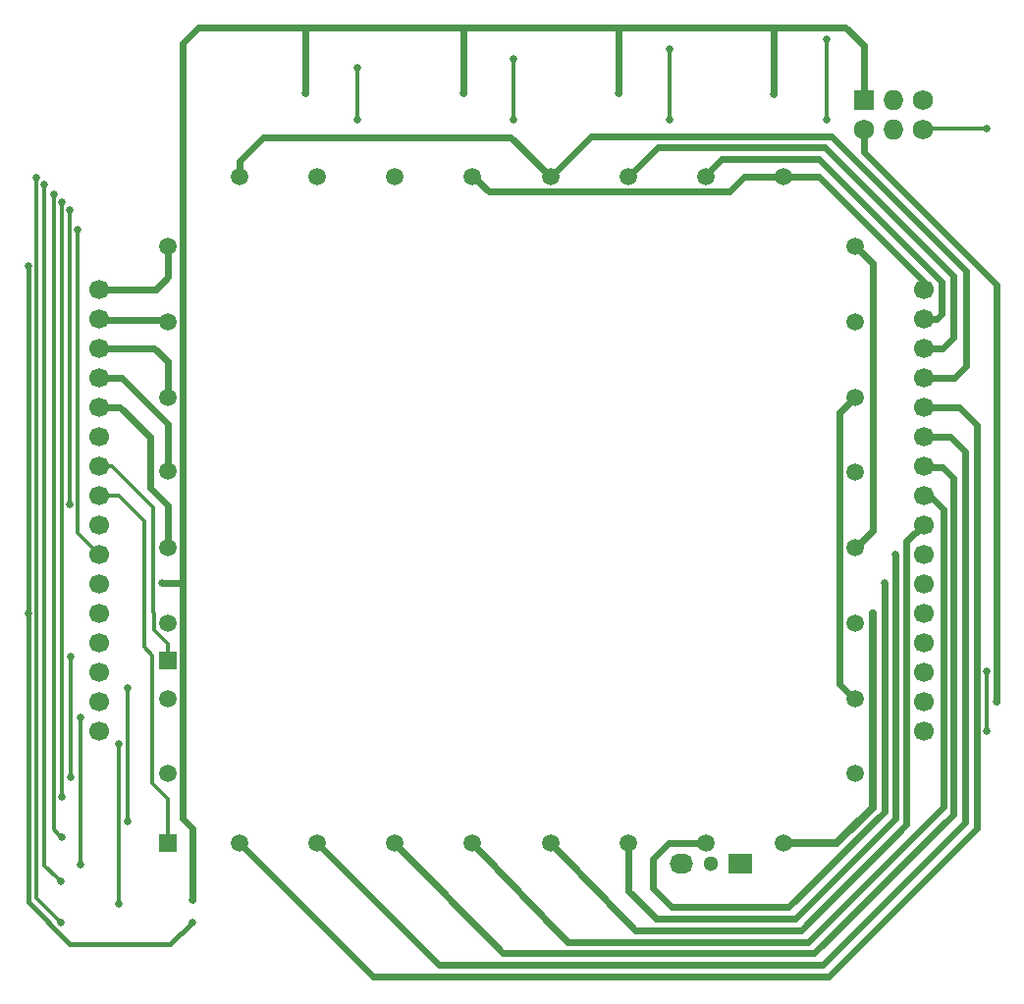
<source format=gbr>
G04 #@! TF.GenerationSoftware,KiCad,Pcbnew,(5.1.2-1)-1*
G04 #@! TF.CreationDate,2020-04-17T06:43:39-05:00*
G04 #@! TF.ProjectId,Interactive Core Memory Badge (Cores) v0.3,496e7465-7261-4637-9469-766520436f72,0.3*
G04 #@! TF.SameCoordinates,Original*
G04 #@! TF.FileFunction,Copper,L1,Top*
G04 #@! TF.FilePolarity,Positive*
%FSLAX46Y46*%
G04 Gerber Fmt 4.6, Leading zero omitted, Abs format (unit mm)*
G04 Created by KiCad (PCBNEW (5.1.2-1)-1) date 2020-04-17 06:43:39*
%MOMM*%
%LPD*%
G04 APERTURE LIST*
%ADD10O,2.030000X1.730000*%
%ADD11C,1.300000*%
%ADD12R,2.030000X1.730000*%
%ADD13C,1.727200*%
%ADD14R,1.727200X1.727200*%
%ADD15O,1.727200X1.727200*%
%ADD16R,1.500000X1.500000*%
%ADD17C,1.500000*%
%ADD18C,1.700000*%
%ADD19C,0.635000*%
%ADD20C,0.650000*%
%ADD21C,0.635000*%
%ADD22C,0.600000*%
%ADD23C,0.300000*%
%ADD24C,0.400000*%
G04 APERTURE END LIST*
D10*
X14670000Y-30500000D03*
D11*
X17210000Y-30500000D03*
D12*
X19750000Y-30500000D03*
D13*
X30385000Y32860000D03*
D14*
X30385000Y35400000D03*
D15*
X32925000Y32860000D03*
X32925000Y35400000D03*
D13*
X35465000Y32860000D03*
X35465000Y35400000D03*
D16*
X-29650000Y-28750000D03*
X-29650000Y-13000000D03*
D17*
X29650000Y16250000D03*
X29650000Y9750000D03*
X29650000Y3250000D03*
X29650000Y-3250000D03*
X29650000Y-9750000D03*
X29650000Y-16250000D03*
X29650000Y-22750000D03*
X23450000Y-28750000D03*
X16750000Y-28750000D03*
X10050000Y-28750000D03*
X3350000Y-28750000D03*
X-3350000Y-28750000D03*
X-10050000Y-28750000D03*
X-16750000Y-28750000D03*
X-23450000Y-28750000D03*
X-29650000Y-22750000D03*
X-29650000Y-16250000D03*
X29650000Y22750000D03*
X23450000Y28750000D03*
X16750000Y28750000D03*
X10050000Y28750000D03*
X3350000Y28750000D03*
X-3350000Y28750000D03*
X-10050000Y28750000D03*
X-16750000Y28750000D03*
X-23450000Y28750000D03*
X-29650000Y22750000D03*
X-29650000Y16250000D03*
X-29650000Y9750000D03*
X-29650000Y3325000D03*
X-29650000Y-3250000D03*
X-29650000Y-9750000D03*
D18*
X-35560000Y-16510000D03*
X-35560000Y-1270000D03*
X-35560000Y11430000D03*
X-35560000Y19050000D03*
X-35560000Y16510000D03*
X-35560000Y8890000D03*
X-35560000Y6350000D03*
X-35560000Y1270000D03*
X-35560000Y3810000D03*
X-35560000Y13970000D03*
X-35560000Y-6350000D03*
X-35560000Y-11430000D03*
X-35560000Y-8890000D03*
X-35560000Y-19050000D03*
X-35560000Y-13970000D03*
X-35560000Y-3810000D03*
X35560000Y-3810000D03*
X35560000Y-13970000D03*
X35560000Y-19050000D03*
X35560000Y-8890000D03*
X35560000Y-11430000D03*
X35560000Y-6350000D03*
X35560000Y13970000D03*
X35560000Y3810000D03*
X35560000Y1270000D03*
X35560000Y6350000D03*
X35560000Y8890000D03*
X35560000Y16510000D03*
X35560000Y19050000D03*
X35560000Y11430000D03*
X35560000Y-1270000D03*
X35560000Y-16510000D03*
D19*
X31114992Y-8880609D03*
X32165000Y-6300008D03*
X33114930Y-3850000D03*
D20*
X-27535000Y-35550000D03*
X-41685000Y21050000D03*
X-41685000Y-8950000D03*
D19*
X-37985000Y-12650000D03*
X-37985000Y-23050000D03*
X-33085000Y-26850000D03*
D20*
X-33085000Y-15350000D03*
X-37185000Y-17850000D03*
D19*
X-37185000Y-30549996D03*
D20*
X-33885000Y-20149998D03*
D19*
X-33885000Y-33950000D03*
D20*
X-30185000Y-6250000D03*
X-17785000Y35950000D03*
X-4185000Y35950000D03*
X9215000Y35950000D03*
X22615000Y35850000D03*
X-27535000Y-33650000D03*
X41800000Y-16510000D03*
X-37385000Y24150000D03*
X-38085000Y25849996D03*
X-38085000Y443010D03*
X-13285000Y33650000D03*
X-38785000Y-24750000D03*
X-38785000Y26549992D03*
X-13285000Y38150000D03*
X165000Y33700000D03*
X-39485009Y27249981D03*
X-38784994Y-28250000D03*
X164994Y38950000D03*
X13615000Y33700000D03*
X-40285000Y28049994D03*
X-38884996Y-32050000D03*
X13610615Y39750000D03*
X27165000Y33700000D03*
X27165000Y33700000D03*
X-40985000Y28650000D03*
X-38885000Y-35550000D03*
X27165000Y40600000D03*
X41015000Y-13950000D03*
D19*
X41015000Y32950000D03*
D20*
X41015000Y-19050000D03*
D21*
X31114992Y-9329621D02*
X31114992Y-8880609D01*
X28015000Y-28750000D02*
X31114992Y-25650008D01*
X31114992Y-25650008D02*
X31114992Y-9329621D01*
X23450000Y-28750000D02*
X28015000Y-28750000D01*
D22*
X10650000Y-36250000D02*
X3350000Y-28750000D01*
X34056308Y-27138248D02*
X24944556Y-36250000D01*
X34056308Y-2608692D02*
X34056308Y-27138248D01*
X24944556Y-36250000D02*
X10650000Y-36250000D01*
X35560000Y-1270000D02*
X34056308Y-2608692D01*
X23915000Y-34250000D02*
X32165000Y-26000000D01*
X13815000Y-34250000D02*
X23915000Y-34250000D01*
X16750000Y-28750000D02*
X13515000Y-28750000D01*
X12215000Y-30050000D02*
X12215000Y-32650000D01*
X32165000Y-6749020D02*
X32165000Y-6300008D01*
X32165000Y-26000000D02*
X32165000Y-6749020D01*
X13515000Y-28750000D02*
X12215000Y-30050000D01*
X12215000Y-32650000D02*
X13815000Y-34250000D01*
X17040490Y-29040490D02*
X17040490Y-29040490D01*
X17040490Y-29040490D02*
X17040490Y-29040490D01*
X17040490Y-29040490D02*
X17040490Y-29040490D01*
X17040490Y-29040490D02*
X17040490Y-29040490D01*
X17040490Y-29040490D02*
X17040490Y-29040490D01*
X17040490Y-29040490D02*
X17040490Y-29040490D01*
X17040490Y-29040490D02*
X17040490Y-29040490D01*
X17040490Y-29040490D02*
X17040490Y-29040490D01*
X17040490Y-29040490D02*
X17040490Y-29040490D01*
X17040490Y-29040490D02*
X17040490Y-29040490D01*
X17040490Y-29040490D02*
X17040490Y-29040490D01*
X17040490Y-29040490D02*
X17040490Y-29040490D01*
X17040490Y-29040490D02*
X17040490Y-29040490D01*
X17040490Y-29040490D02*
X17040490Y-29040490D01*
X17040490Y-29040490D02*
X17040490Y-29040490D01*
X16750000Y-28750000D02*
X17040490Y-29040490D01*
X10050000Y-32835000D02*
X12415000Y-35200000D01*
X10050000Y-28750000D02*
X10050000Y-32835000D01*
X33114930Y-4299012D02*
X33114930Y-3850000D01*
X33114930Y-26571396D02*
X33114930Y-4299012D01*
X24436326Y-35250000D02*
X33114930Y-26571396D01*
X12415000Y-35250000D02*
X24436326Y-35250000D01*
X40115000Y7350000D02*
X38575000Y8890000D01*
X40115000Y-27450000D02*
X40115000Y7350000D01*
X27315000Y-40250000D02*
X40115000Y-27450000D01*
X38575000Y8890000D02*
X35560000Y8890000D01*
X-11950000Y-40250000D02*
X27315000Y-40250000D01*
X-23450000Y-28750000D02*
X-11950000Y-40250000D01*
X-6250000Y-39250000D02*
X-16750000Y-28750000D01*
X39115000Y5050000D02*
X39115000Y-26950000D01*
X26815000Y-39250000D02*
X-6250000Y-39250000D01*
X35560000Y6350000D02*
X37815000Y6350000D01*
X37815000Y6350000D02*
X39115000Y5050000D01*
X39115000Y-26950000D02*
X26815000Y-39250000D01*
X35670000Y3700000D02*
X35560000Y3810000D01*
X37165000Y3700000D02*
X35670000Y3700000D01*
X38115000Y-26239168D02*
X38115000Y2750000D01*
X26104168Y-38250000D02*
X38115000Y-26239168D01*
X38115000Y2750000D02*
X37165000Y3700000D01*
X-750000Y-38250000D02*
X26104168Y-38250000D01*
X-10050000Y-28750000D02*
X-750000Y-38250000D01*
X4850000Y-37250000D02*
X-3350000Y-28750000D01*
X35965000Y1300000D02*
X37215000Y50000D01*
X37215000Y-25589056D02*
X25554056Y-37250000D01*
X35590000Y1300000D02*
X35965000Y1300000D01*
X25554056Y-37250000D02*
X4850000Y-37250000D01*
X37215000Y50000D02*
X37215000Y-25589056D01*
X35560000Y1270000D02*
X35590000Y1300000D01*
X35565000Y19055000D02*
X35560000Y19050000D01*
X35565000Y19700000D02*
X35565000Y19055000D01*
X26515000Y28750000D02*
X35565000Y19700000D01*
X23450000Y28750000D02*
X26515000Y28750000D01*
X-3274198Y28750000D02*
X-3350000Y28750000D01*
X-1974198Y27450000D02*
X-3274198Y28750000D01*
X20087136Y28750000D02*
X18787136Y27450000D01*
X18787136Y27450000D02*
X-1974198Y27450000D01*
X23450000Y28750000D02*
X20087136Y28750000D01*
X16750000Y28948944D02*
X16750000Y28750000D01*
X18101056Y30300000D02*
X16750000Y28948944D01*
X26465000Y30300000D02*
X18101056Y30300000D01*
X37065000Y16937370D02*
X37065000Y19700000D01*
X37065000Y19700000D02*
X26465000Y30300000D01*
X36637630Y16510000D02*
X37065000Y16937370D01*
X35560000Y16510000D02*
X36637630Y16510000D01*
X37165000Y13950000D02*
X35580000Y13950000D01*
X38065000Y14850000D02*
X37165000Y13950000D01*
X38065000Y20200000D02*
X38065000Y14850000D01*
X26965000Y31300000D02*
X38065000Y20200000D01*
X35580000Y13950000D02*
X35560000Y13970000D01*
X12600000Y31300000D02*
X26965000Y31300000D01*
X10050000Y28750000D02*
X12600000Y31300000D01*
X38145000Y11430000D02*
X35235000Y11430000D01*
X39165000Y12450000D02*
X38145000Y11430000D01*
X27565000Y32200000D02*
X39165000Y20600000D01*
X39165000Y20600000D02*
X39165000Y12450000D01*
X6815000Y32200000D02*
X27565000Y32200000D01*
X3350000Y28750000D02*
X6815000Y32200000D01*
X-50000Y32150000D02*
X3350000Y28750000D01*
X-21435000Y32150000D02*
X-50000Y32150000D01*
X-23450000Y30135000D02*
X-21435000Y32150000D01*
X-23450000Y28750000D02*
X-23450000Y30135000D01*
X-31185000Y1950000D02*
X-31185000Y6300000D01*
X-33775000Y8890000D02*
X-35560000Y8890000D01*
X-31185000Y6300000D02*
X-33775000Y8890000D01*
X-29650000Y415000D02*
X-31185000Y1950000D01*
X-29650000Y-3250000D02*
X-29650000Y415000D01*
X-35325000Y11430000D02*
X-35560000Y11430000D01*
X-33652448Y11430000D02*
X-35325000Y11430000D01*
X-29650000Y7427552D02*
X-33652448Y11430000D01*
X-29650000Y3325000D02*
X-29650000Y7427552D01*
X-30805000Y13970000D02*
X-35560000Y13970000D01*
X-29650000Y12815000D02*
X-30805000Y13970000D01*
X-29650000Y9750000D02*
X-29650000Y12815000D01*
X-35451582Y16401582D02*
X-35560000Y16510000D01*
X-29801582Y16401582D02*
X-35451582Y16401582D01*
X-29650000Y16250000D02*
X-29801582Y16401582D01*
X-30685000Y19050000D02*
X-35560000Y19050000D01*
X-29650000Y20085000D02*
X-30685000Y19050000D01*
X-29650000Y22750000D02*
X-29650000Y20085000D01*
D23*
X-30844501Y-10323361D02*
X-29650000Y-11517862D01*
X-30844501Y-8910207D02*
X-30844501Y-10323361D01*
X-30884999Y212629D02*
X-30884999Y-8869709D01*
X-30884999Y-8869709D02*
X-30844501Y-8910207D01*
X-29650000Y-11517862D02*
X-29650000Y-11922370D01*
X-35560000Y3810000D02*
X-34482370Y3810000D01*
X-29650000Y-11922370D02*
X-29650000Y-13000000D01*
X-34482370Y3810000D02*
X-30884999Y212629D01*
X-34482370Y1270000D02*
X-35560000Y1270000D01*
X-33905000Y1270000D02*
X-35560000Y1270000D01*
X-31647010Y-987990D02*
X-33905000Y1270000D01*
X-30960987Y-12518603D02*
X-31647010Y-11832580D01*
X-30960987Y-23574013D02*
X-30960987Y-12518603D01*
X-31647010Y-11832580D02*
X-31647010Y-987990D01*
X-29650000Y-24885000D02*
X-30960987Y-23574013D01*
X-29650000Y-28750000D02*
X-29650000Y-24885000D01*
D24*
X-41685000Y20590381D02*
X-41685000Y21050000D01*
X-29435000Y-37450000D02*
X-38085000Y-37450000D01*
X-41685000Y-33850000D02*
X-41685000Y20590381D01*
X-38085000Y-37450000D02*
X-41685000Y-33850000D01*
X-27535000Y-35550000D02*
X-29435000Y-37450000D01*
D22*
X31115000Y21285000D02*
X31115000Y-1785000D01*
X29650000Y22750000D02*
X31115000Y21285000D01*
X31115000Y-1785000D02*
X29650000Y-3250000D01*
X28300000Y-14977186D02*
X29572814Y-16250000D01*
X28300000Y8400000D02*
X28300000Y-14977186D01*
X29572814Y-16250000D02*
X29650000Y-16250000D01*
X29650000Y9750000D02*
X28300000Y8400000D01*
X14820000Y-30500000D02*
X14670000Y-30500000D01*
D23*
X-37985000Y-23050000D02*
X-37985000Y-12650000D01*
X-33085000Y-15350000D02*
X-33085000Y-26770138D01*
X-37185000Y-17850000D02*
X-37185000Y-30549996D01*
X-33885000Y-26929862D02*
X-33885000Y-33950000D01*
X-33885000Y-20149998D02*
X-33885000Y-26929862D01*
D22*
X-28585000Y-6250000D02*
X-28385000Y-6450000D01*
X-30185000Y-6250000D02*
X-28585000Y-6250000D01*
X-17785000Y35950000D02*
X-17785000Y35950000D01*
X-4185000Y35950000D02*
X-4185000Y35950000D01*
X9215000Y35950000D02*
X9215000Y35950000D01*
X22615000Y35850000D02*
X22615000Y35850000D01*
X-28385000Y-26600000D02*
X-28385000Y-6450000D01*
X-27535000Y-27450000D02*
X-28385000Y-26600000D01*
X-27535000Y-33650000D02*
X-27535000Y-27450000D01*
X-17785000Y41650000D02*
X-3885000Y41650000D01*
X-17785000Y35950000D02*
X-17785000Y41650000D01*
X-4185000Y41650000D02*
X-4185000Y35950000D01*
X-3885000Y41650000D02*
X-4185000Y41650000D01*
X-3885000Y41650000D02*
X9215000Y41650000D01*
X9215000Y35950000D02*
X9215000Y41650000D01*
X9215000Y41650000D02*
X22715000Y41650000D01*
X22715000Y41650000D02*
X22615000Y41550000D01*
X22615000Y41550000D02*
X22615000Y35850000D01*
X28815000Y41650000D02*
X22715000Y41650000D01*
X30385000Y40080000D02*
X28815000Y41650000D01*
X30385000Y35400000D02*
X30385000Y40080000D01*
X-28385000Y-6450000D02*
X-28385000Y40250000D01*
X-17885000Y41650000D02*
X-17785000Y41550000D01*
X-26985000Y41650000D02*
X-17885000Y41650000D01*
X-28385000Y40250000D02*
X-26985000Y41650000D01*
X41813957Y-16496043D02*
X41800000Y-16510000D01*
X41813957Y19451043D02*
X41813957Y-16496043D01*
X30385000Y30880000D02*
X41813957Y19451043D01*
X30385000Y32860000D02*
X30385000Y30880000D01*
D23*
X-37385000Y-1985000D02*
X-37385000Y23690381D01*
X-37385000Y23690381D02*
X-37385000Y24150000D01*
X-35560000Y-3810000D02*
X-37385000Y-1985000D01*
X-38085000Y443010D02*
X-38085000Y25849996D01*
X-13285000Y37850000D02*
X-13285000Y37850000D01*
X-38785000Y-24300002D02*
X-38785000Y-24300002D01*
X-38785000Y-24750000D02*
X-38785000Y26549992D01*
X-13285000Y33650000D02*
X-13285000Y38150000D01*
X-39485009Y27249981D02*
X-39485009Y-27549985D01*
X-39485009Y-27549985D02*
X-39109993Y-27925001D01*
X-39109993Y-27925001D02*
X-38784994Y-28250000D01*
X165000Y33700000D02*
X165000Y38949994D01*
X165000Y38949994D02*
X164994Y38950000D01*
X-39209995Y-31725001D02*
X-38884996Y-32050000D01*
X-40285000Y28049994D02*
X-40285000Y-30649996D01*
X-40285000Y-30649996D02*
X-39209995Y-31725001D01*
X13610615Y33745615D02*
X13610615Y39750000D01*
X-40985000Y-33450000D02*
X-39209999Y-35225001D01*
X-40985000Y28650000D02*
X-40985000Y-33450000D01*
X-39209999Y-35225001D02*
X-38885000Y-35550000D01*
X27165000Y33700000D02*
X27165000Y40600000D01*
X35555000Y32950000D02*
X35465000Y32860000D01*
X41015000Y32950000D02*
X35555000Y32950000D01*
X41015000Y-19050000D02*
X41015000Y-13950000D01*
M02*

</source>
